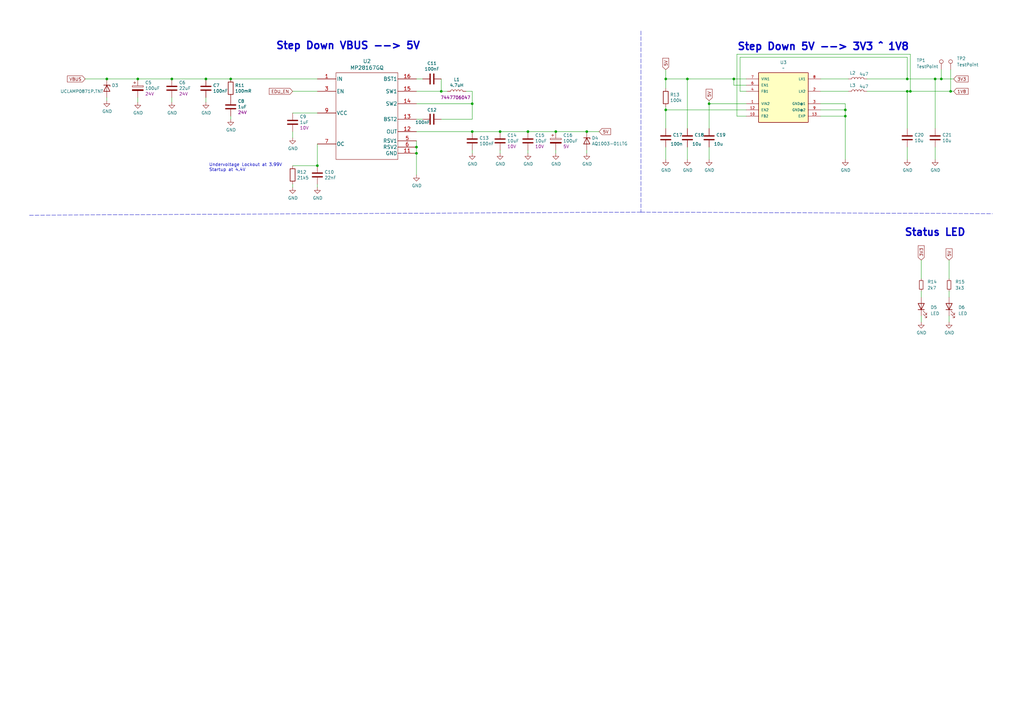
<source format=kicad_sch>
(kicad_sch (version 20211123) (generator eeschema)
  (paper "A3")
  (lib_symbols
    (symbol "Connector:TestPoint" (pin_numbers hide) (pin_names (offset 0.762) hide)
      (property "Reference" "TP" (at 0 6.858 0))
      (property "Value" "TestPoint" (at 0 5.08 0))
      (symbol "TestPoint_0_1"
        (circle (center 0 3.302) (radius 0.762))
      )
      (symbol "TestPoint_1_1"
        (pin passive line (at 0 0 90) (length 2.54) (name "1") (number "1"))
      )
    )
    (symbol "Device:C" (pin_numbers hide) (pin_names (offset 0.254))
      (property "Reference" "C" (at 0.635 2.54 0))
      (property "Value" "C" (at 0.635 -2.54 0))
      (symbol "C_0_1"
        (polyline (pts (xy -2.032 -0.762) (xy 2.032 -0.762)) (stroke (width 0.508)))
        (polyline (pts (xy -2.032 0.762) (xy 2.032 0.762)) (stroke (width 0.508)))
      )
      (symbol "C_1_1"
        (pin passive line (at 0 3.81 270) (length 2.794) (name "~") (number "1"))
        (pin passive line (at 0 -3.81 90) (length 2.794) (name "~") (number "2"))
      )
    )
    (symbol "Device:D_Zener" (pin_numbers hide) (pin_names (offset 1.016) hide)
      (property "Reference" "D" (at 0 2.54 0))
      (property "Value" "D_Zener" (at 0 -2.54 0))
      (symbol "D_Zener_0_1"
        (polyline (pts (xy 1.27 0) (xy -1.27 0)))
        (polyline (pts (xy -1.27 -1.27) (xy -1.27 1.27) (xy -0.762 1.27)) (stroke (width 0.254)))
        (polyline (pts (xy 1.27 -1.27) (xy 1.27 1.27) (xy -1.27 0) (xy 1.27 -1.27)) (stroke (width 0.254)))
      )
      (symbol "D_Zener_1_1"
        (pin passive line (at -3.81 0 0) (length 2.54) (name "K") (number "1"))
        (pin passive line (at 3.81 0 180) (length 2.54) (name "A") (number "2"))
      )
    )
    (symbol "Device:L" (pin_numbers hide) (pin_names (offset 1.016) hide)
      (property "Reference" "L" (at -1.27 0 90))
      (property "Value" "L" (at 1.905 0 90))
      (symbol "L_0_1"
        (arc (start 0 -2.54) (mid 0.635 -1.905) (end 0 -1.27))
        (arc (start 0 -1.27) (mid 0.635 -0.635) (end 0 0))
        (arc (start 0 0) (mid 0.635 0.635) (end 0 1.27))
        (arc (start 0 1.27) (mid 0.635 1.905) (end 0 2.54))
      )
      (symbol "L_1_1"
        (pin passive line (at 0 3.81 270) (length 1.27) (name "1") (number "1"))
        (pin passive line (at 0 -3.81 90) (length 1.27) (name "2") (number "2"))
      )
    )
    (symbol "Device:LED" (pin_numbers hide) (pin_names (offset 1.016) hide)
      (property "Reference" "D" (at 0 2.54 0))
      (property "Value" "LED" (at 0 -2.54 0))
      (symbol "LED_0_1"
        (polyline (pts (xy -1.27 -1.27) (xy -1.27 1.27)) (stroke (width 0.254)))
        (polyline (pts (xy -1.27 0) (xy 1.27 0)))
        (polyline (pts (xy 1.27 -1.27) (xy 1.27 1.27) (xy -1.27 0) (xy 1.27 -1.27)) (stroke (width 0.254)))
        (polyline (pts (xy -3.048 -0.762) (xy -4.572 -2.286) (xy -3.81 -2.286) (xy -4.572 -2.286) (xy -4.572 -1.524)))
        (polyline (pts (xy -1.778 -0.762) (xy -3.302 -2.286) (xy -2.54 -2.286) (xy -3.302 -2.286) (xy -3.302 -1.524)))
      )
      (symbol "LED_1_1"
        (pin passive line (at -3.81 0 0) (length 2.54) (name "K") (number "1"))
        (pin passive line (at 3.81 0 180) (length 2.54) (name "A") (number "2"))
      )
    )
    (symbol "Device:R" (pin_numbers hide) (pin_names (offset 0))
      (property "Reference" "R" (at 2.032 0 90))
      (property "Value" "R" (at 0 0 90))
      (symbol "R_0_1"
        (rectangle (start -1.016 -2.54) (end 1.016 2.54) (stroke (width 0.254)))
      )
      (symbol "R_1_1"
        (pin passive line (at 0 3.81 270) (length 1.27) (name "~") (number "1"))
        (pin passive line (at 0 -3.81 90) (length 1.27) (name "~") (number "2"))
      )
    )
    (symbol "Device:R_Small" (pin_numbers hide) (pin_names (offset 0.254) hide)
      (property "Reference" "R" (at 0.762 0.508 0))
      (property "Value" "R_Small" (at 0.762 -1.016 0))
      (symbol "R_Small_0_1"
        (rectangle (start -0.762 1.778) (end 0.762 -1.778) (stroke (width 0.2032)))
      )
      (symbol "R_Small_1_1"
        (pin passive line (at 0 2.54 270) (length 0.762) (name "~") (number "1"))
        (pin passive line (at 0 -2.54 90) (length 0.762) (name "~") (number "2"))
      )
    )
    (symbol "PAM2306AYPKE:PAM2306AYPKE" (pin_names (offset 1.016))
      (property "Reference" "U" (at -10.1854 10.6934 0))
      (property "Value" "PAM2306AYPKE" (at -10.1854 -11.9634 0))
      (symbol "PAM2306AYPKE_0_0"
        (rectangle (start -10.16 -10.16) (end 10.16 10.16) (stroke (width 0.254)) (fill (type background)))
        (pin input line (at -15.24 -2.54 0) (length 5.08) (name "VIN2") (number "1"))
        (pin input line (at -15.24 -7.62 0) (length 5.08) (name "FB2") (number "10"))
        (pin input line (at -15.24 -5.08 0) (length 5.08) (name "EN2") (number "12"))
        (pin power_in line (at 15.24 -7.62 180) (length 5.08) (name "EXP") (number "13"))
        (pin output line (at 15.24 2.54 180) (length 5.08) (name "LX2") (number "2"))
        (pin power_in line (at 15.24 -2.54 180) (length 5.08) (name "GND@1") (number "3"))
        (pin input line (at -15.24 2.54 0) (length 5.08) (name "FB1") (number "4"))
        (pin input line (at -15.24 5.08 0) (length 5.08) (name "EN1") (number "6"))
        (pin input line (at -15.24 7.62 0) (length 5.08) (name "VIN1") (number "7"))
        (pin output line (at 15.24 7.62 180) (length 5.08) (name "LX1") (number "8"))
        (pin power_in line (at 15.24 -5.08 180) (length 5.08) (name "GND@2") (number "9"))
      )
    )
    (symbol "STS1_DCDC:MP28167GQ" (pin_names (offset 0.254))
      (property "Reference" "U" (at 20.32 10.16 0))
      (property "Value" "MP28167GQ" (at 20.32 7.62 0))
      (symbol "MP28167GQ_1_1"
        (rectangle (start 7.62 2.54) (end 33.02 -33.02))
        (pin input line (at 0 0 0) (length 7.62) (name "IN") (number "1"))
        (pin power_in line (at 40.64 -30.48 180) (length 7.62) hide (name "AGND") (number "10"))
        (pin power_in line (at 40.64 -30.48 180) (length 7.62) (name "GND") (number "11"))
        (pin output line (at 40.64 -21.59 180) (length 7.62) (name "OUT") (number "12"))
        (pin bidirectional line (at 40.64 -16.51 180) (length 7.62) (name "BST2") (number "13"))
        (pin bidirectional line (at 40.64 -10.16 180) (length 7.62) (name "SW2") (number "14"))
        (pin bidirectional line (at 40.64 -5.08 180) (length 7.62) (name "SW1") (number "15"))
        (pin bidirectional line (at 40.64 0 180) (length 7.62) (name "BST1") (number "16"))
        (pin power_in line (at 40.64 -30.48 180) (length 7.62) hide (name "GND") (number "2"))
        (pin unspecified line (at 0 -5.08 0) (length 7.62) (name "EN") (number "3"))
        (pin power_in line (at 40.64 -30.48 180) (length 7.62) hide (name "NC") (number "4"))
        (pin bidirectional line (at 40.64 -25.4 180) (length 7.62) (name "RSV1") (number "5"))
        (pin bidirectional line (at 40.64 -27.94 180) (length 7.62) (name "RSV2") (number "6"))
        (pin unspecified line (at 0 -26.67 0) (length 7.62) (name "OC") (number "7"))
        (pin power_out line (at 40.64 -30.48 180) (length 7.62) hide (name "NC") (number "8"))
        (pin power_in line (at 0 -13.97 0) (length 7.62) (name "VCC") (number "9"))
      )
    )
    (symbol "STS1_EDU-rescue:C-Device-STS1_template-rescue" (pin_numbers hide) (pin_names (offset 0.254))
      (property "Reference" "C" (at 0.635 2.54 0))
      (property "Value" "C-Device-STS1_template-rescue" (at 0.635 -2.54 0))
      (symbol "C-Device-STS1_template-rescue_0_1"
        (polyline (pts (xy -2.032 -0.762) (xy 2.032 -0.762)) (stroke (width 0.508)))
        (polyline (pts (xy -2.032 0.762) (xy 2.032 0.762)) (stroke (width 0.508)))
      )
      (symbol "C-Device-STS1_template-rescue_1_1"
        (pin passive line (at 0 3.81 270) (length 2.794) (name "~") (number "1"))
        (pin passive line (at 0 -3.81 90) (length 2.794) (name "~") (number "2"))
      )
    )
    (symbol "STS1_EDU-rescue:GND-power-STS1_template-rescue" (power) (pin_names (offset 0))
      (property "Value" "GND-power-STS1_template-rescue" (at 0 -3.81 0))
      (symbol "GND-power-STS1_template-rescue_0_1"
        (polyline (pts (xy 0 0) (xy 0 -1.27) (xy 1.27 -1.27) (xy 0 -2.54) (xy -1.27 -1.27) (xy 0 -1.27)))
      )
      (symbol "GND-power-STS1_template-rescue_1_1"
        (pin power_in line (at 0 0 270) (length 0) hide (name "GND") (number "1"))
      )
    )
    (symbol "STS1_EDU-rescue:L-Device-STS1_template-rescue" (pin_numbers hide) (pin_names (offset 1.016) hide)
      (property "Reference" "L" (at -1.27 0 90))
      (property "Value" "L-Device-STS1_template-rescue" (at 1.905 0 90))
      (symbol "L-Device-STS1_template-rescue_0_1"
        (arc (start 0 -2.54) (mid 0.635 -1.905) (end 0 -1.27))
        (arc (start 0 -1.27) (mid 0.635 -0.635) (end 0 0))
        (arc (start 0 0) (mid 0.635 0.635) (end 0 1.27))
        (arc (start 0 1.27) (mid 0.635 1.905) (end 0 2.54))
      )
      (symbol "L-Device-STS1_template-rescue_1_1"
        (pin passive line (at 0 3.81 270) (length 1.27) (name "1") (number "1"))
        (pin passive line (at 0 -3.81 90) (length 1.27) (name "2") (number "2"))
      )
    )
    (symbol "STS1_EDU-rescue:R-Device-STS1_template-rescue" (pin_numbers hide) (pin_names (offset 0))
      (property "Reference" "R" (at 2.032 0 90))
      (property "Value" "R-Device-STS1_template-rescue" (at 0 0 90))
      (symbol "R-Device-STS1_template-rescue_0_1"
        (rectangle (start -1.016 -2.54) (end 1.016 2.54) (stroke (width 0.254)))
      )
      (symbol "R-Device-STS1_template-rescue_1_1"
        (pin passive line (at 0 3.81 270) (length 1.27) (name "~") (number "1"))
        (pin passive line (at 0 -3.81 90) (length 1.27) (name "~") (number "2"))
      )
    )
    (symbol "STS1_VRM-rescue:CP-Device" (pin_numbers hide) (pin_names (offset 0.254))
      (property "Reference" "C" (at 0.635 2.54 0))
      (property "Value" "CP-Device" (at 0.635 -2.54 0))
      (symbol "CP-Device_0_1"
        (rectangle (start -2.286 0.508) (end 2.286 1.016))
        (polyline (pts (xy -1.778 2.286) (xy -0.762 2.286)))
        (polyline (pts (xy -1.27 2.794) (xy -1.27 1.778)))
        (rectangle (start 2.286 -0.508) (end -2.286 -1.016) (fill (type outline)))
      )
      (symbol "CP-Device_1_1"
        (pin passive line (at 0 3.81 270) (length 2.794) (name "~") (number "1"))
        (pin passive line (at 0 -3.81 90) (length 2.794) (name "~") (number "2"))
      )
    )
    (symbol "power:GND" (power) (pin_names (offset 0))
      (property "Value" "GND" (at 0 -3.81 0))
      (symbol "GND_0_1"
        (polyline (pts (xy 0 0) (xy 0 -1.27) (xy 1.27 -1.27) (xy 0 -2.54) (xy -1.27 -1.27) (xy 0 -1.27)))
      )
      (symbol "GND_1_1"
        (pin power_in line (at 0 0 270) (length 0) hide (name "GND") (number "1"))
      )
    )
  )
  (junction (at 389.89 37.465))
  (junction (at 180.975 37.465))
  (junction (at 346.71 45.085))
  (junction (at 386.08 32.385))
  (junction (at 94.615 32.385))
  (junction (at 240.665 53.975))
  (junction (at 170.815 60.325))
  (junction (at 290.83 42.545))
  (junction (at 84.455 32.385))
  (junction (at 70.485 32.385))
  (junction (at 281.94 32.385))
  (junction (at 170.815 62.865))
  (junction (at 373.38 37.465))
  (junction (at 193.675 53.975))
  (junction (at 216.535 53.975))
  (junction (at 227.965 53.975))
  (junction (at 383.54 32.385))
  (junction (at 205.105 53.975))
  (junction (at 273.05 45.085))
  (junction (at 346.71 47.625))
  (junction (at 43.815 32.385))
  (junction (at 372.11 32.385))
  (junction (at 193.675 42.545))
  (junction (at 273.05 32.385))
  (junction (at 372.11 37.465))
  (junction (at 300.99 32.385))
  (junction (at 130.175 67.945))
  (junction (at 56.515 32.385))
  (wire (pts (xy 193.675 62.865) (xy 193.675 61.595)))
  (wire (pts (xy 205.105 62.865) (xy 205.105 61.595)))
  (wire (pts (xy 205.105 53.975) (xy 216.535 53.975)))
  (wire (pts (xy 273.05 32.385) (xy 281.94 32.385)))
  (wire (pts (xy 372.11 32.385) (xy 383.54 32.385)))
  (wire (pts (xy 303.53 23.495) (xy 372.11 23.495)))
  (wire (pts (xy 383.54 32.385) (xy 383.54 52.705)))
  (wire (pts (xy 216.535 53.975) (xy 227.965 53.975)))
  (wire (pts (xy 94.615 48.895) (xy 94.615 47.625)))
  (wire (pts (xy 377.825 129.54) (xy 377.825 132.08)))
  (wire (pts (xy 355.6 32.385) (xy 372.11 32.385)))
  (wire (pts (xy 193.675 42.545) (xy 193.675 37.465)))
  (wire (pts (xy 336.55 32.385) (xy 347.98 32.385)))
  (wire (pts (xy 303.53 37.465) (xy 303.53 23.495)))
  (wire (pts (xy 227.965 53.975) (xy 240.665 53.975)))
  (wire (pts (xy 180.975 32.385) (xy 180.975 37.465)))
  (wire (pts (xy 389.255 129.54) (xy 389.255 132.08)))
  (wire (pts (xy 94.615 32.385) (xy 130.175 32.385)))
  (wire (pts (xy 281.94 32.385) (xy 300.99 32.385)))
  (wire (pts (xy 193.675 48.895) (xy 193.675 42.545)))
  (wire (pts (xy 372.11 60.325) (xy 372.11 65.405)))
  (wire (pts (xy 383.54 60.325) (xy 383.54 65.405)))
  (wire (pts (xy 56.515 32.385) (xy 70.485 32.385)))
  (wire (pts (xy 180.975 37.465) (xy 183.515 37.465)))
  (wire (pts (xy 240.665 53.975) (xy 245.745 53.975)))
  (wire (pts (xy 290.83 60.325) (xy 290.83 65.405)))
  (wire (pts (xy 170.815 48.895) (xy 173.355 48.895)))
  (wire (pts (xy 273.05 43.815) (xy 273.05 45.085)))
  (wire (pts (xy 170.815 57.785) (xy 170.815 60.325)))
  (wire (pts (xy 300.99 32.385) (xy 306.07 32.385)))
  (wire (pts (xy 56.515 41.91) (xy 56.515 40.005)))
  (wire (pts (xy 130.175 76.835) (xy 130.175 75.565)))
  (wire (pts (xy 306.07 37.465) (xy 303.53 37.465)))
  (wire (pts (xy 372.11 37.465) (xy 373.38 37.465)))
  (wire (pts (xy 306.07 34.925) (xy 300.99 34.925)))
  (wire (pts (xy 372.11 23.495) (xy 372.11 32.385)))
  (wire (pts (xy 290.83 42.545) (xy 306.07 42.545)))
  (wire (pts (xy 120.015 76.835) (xy 120.015 75.565)))
  (wire (pts (xy 273.05 32.385) (xy 273.05 36.195)))
  (wire (pts (xy 273.05 45.085) (xy 273.05 52.705)))
  (wire (pts (xy 120.015 37.465) (xy 130.175 37.465)))
  (wire (pts (xy 373.38 22.225) (xy 373.38 37.465)))
  (wire (pts (xy 372.11 37.465) (xy 372.11 52.705)))
  (wire (pts (xy 290.83 41.275) (xy 290.83 42.545)))
  (wire (pts (xy 389.255 106.68) (xy 389.255 114.3)))
  (wire (pts (xy 70.485 32.385) (xy 84.455 32.385)))
  (wire (pts (xy 383.54 32.385) (xy 386.08 32.385)))
  (wire (pts (xy 193.675 37.465) (xy 191.135 37.465)))
  (wire (pts (xy 170.815 42.545) (xy 193.675 42.545)))
  (wire (pts (xy 302.26 47.625) (xy 302.26 22.225)))
  (wire (pts (xy 386.08 28.575) (xy 386.08 32.385)))
  (wire (pts (xy 273.05 60.325) (xy 273.05 65.405)))
  (wire (pts (xy 170.815 32.385) (xy 173.355 32.385)))
  (wire (pts (xy 84.455 32.385) (xy 94.615 32.385)))
  (wire (pts (xy 306.07 47.625) (xy 302.26 47.625)))
  (wire (pts (xy 389.89 37.465) (xy 391.16 37.465)))
  (wire (pts (xy 281.94 32.385) (xy 281.94 52.705)))
  (polyline (pts (xy 262.89 86.995) (xy 407.035 87.63)))
  (wire (pts (xy 120.015 46.355) (xy 130.175 46.355)))
  (wire (pts (xy 355.6 37.465) (xy 372.11 37.465)))
  (wire (pts (xy 281.94 60.325) (xy 281.94 65.405)))
  (wire (pts (xy 180.975 48.895) (xy 193.675 48.895)))
  (polyline (pts (xy 262.89 12.7) (xy 262.89 86.995)))
  (wire (pts (xy 389.89 28.575) (xy 389.89 37.465)))
  (wire (pts (xy 346.71 42.545) (xy 346.71 45.085)))
  (wire (pts (xy 193.675 53.975) (xy 205.105 53.975)))
  (wire (pts (xy 377.825 106.68) (xy 377.825 114.3)))
  (wire (pts (xy 120.015 56.515) (xy 120.015 53.975)))
  (wire (pts (xy 34.925 32.385) (xy 43.815 32.385)))
  (wire (pts (xy 346.71 45.085) (xy 346.71 47.625)))
  (wire (pts (xy 300.99 34.925) (xy 300.99 32.385)))
  (wire (pts (xy 346.71 47.625) (xy 346.71 65.405)))
  (wire (pts (xy 389.255 119.38) (xy 389.255 121.92)))
  (wire (pts (xy 336.55 45.085) (xy 346.71 45.085)))
  (wire (pts (xy 170.815 62.865) (xy 170.815 71.755)))
  (wire (pts (xy 227.965 62.865) (xy 227.965 61.595)))
  (wire (pts (xy 336.55 42.545) (xy 346.71 42.545)))
  (wire (pts (xy 170.815 37.465) (xy 180.975 37.465)))
  (wire (pts (xy 302.26 22.225) (xy 373.38 22.225)))
  (wire (pts (xy 130.175 67.945) (xy 130.175 59.055)))
  (wire (pts (xy 273.05 45.085) (xy 306.07 45.085)))
  (wire (pts (xy 336.55 47.625) (xy 346.71 47.625)))
  (wire (pts (xy 216.535 62.865) (xy 216.535 61.595)))
  (wire (pts (xy 170.815 60.325) (xy 170.815 62.865)))
  (wire (pts (xy 373.38 37.465) (xy 389.89 37.465)))
  (wire (pts (xy 120.015 67.945) (xy 130.175 67.945)))
  (wire (pts (xy 170.815 53.975) (xy 193.675 53.975)))
  (polyline (pts (xy 12.065 88.265) (xy 262.89 86.995)))
  (wire (pts (xy 386.08 32.385) (xy 391.16 32.385)))
  (wire (pts (xy 70.485 41.91) (xy 70.485 40.005)))
  (wire (pts (xy 43.815 41.275) (xy 43.815 40.005)))
  (wire (pts (xy 43.815 32.385) (xy 56.515 32.385)))
  (wire (pts (xy 84.455 41.91) (xy 84.455 40.005)))
  (wire (pts (xy 273.05 28.575) (xy 273.05 32.385)))
  (wire (pts (xy 290.83 42.545) (xy 290.83 52.705)))
  (wire (pts (xy 336.55 37.465) (xy 347.98 37.465)))
  (wire (pts (xy 240.665 62.865) (xy 240.665 61.595)))
  (wire (pts (xy 377.825 119.38) (xy 377.825 121.92)))
  (text "Status LED" (at 370.84 97.155 0) (effects (font (size 3 3) (thickness 0.6) bold) (justify left bottom)))
  (text "Step Down VBUS --> 5V\n\n" (at 113.03 25.4 0) (effects (font (size 3 3) (thickness 0.6) bold) (justify left bottom)))
  (text "Undervoltage Lockout at 3.99V\nStartup at 4.4V" (at 85.725 70.485 0) (effects (font (size 1.27 1.27)) (justify left bottom)))
  (text "Step Down 5V --> 3V3 ^ 1V8\n" (at 302.26 20.955 0) (effects (font (size 3 3) (thickness 0.6) bold) (justify left bottom)))
  (global_label "VBUS" (shape input) (at 34.925 32.385 180) (property "Intersheet References" "${INTERSHEET_REFS}" (effects hide)))
  (global_label "1V8" (shape input) (at 391.16 37.465 0) (property "Intersheet References" "${INTERSHEET_REFS}" (effects hide)))
  (global_label "EDU_EN" (shape input) (at 120.015 37.465 180) (property "Intersheet References" "${INTERSHEET_REFS}" (effects hide)))
  (global_label "3V3" (shape input) (at 377.825 106.68 90) (property "Intersheet References" "${INTERSHEET_REFS}" (effects hide)))
  (global_label "3V3" (shape input) (at 391.16 32.385 0) (property "Intersheet References" "${INTERSHEET_REFS}" (effects hide)))
  (global_label "5V" (shape input) (at 389.255 106.68 90) (property "Intersheet References" "${INTERSHEET_REFS}" (effects hide)))
  (global_label "5V" (shape input) (at 290.83 41.275 90) (property "Intersheet References" "${INTERSHEET_REFS}" (effects hide)))
  (global_label "5V" (shape input) (at 273.05 28.575 90) (property "Intersheet References" "${INTERSHEET_REFS}" (effects hide)))
  (global_label "5V" (shape input) (at 245.745 53.975 0) (property "Intersheet References" "${INTERSHEET_REFS}" (effects hide)))
  (symbol (lib_id "power:GND") (at 120.015 56.515 0) (unit 1)
    (property "Reference" "#PWR0206" (effects hide))
    (property "Value" "GND" (at 120.142 60.9092 0))
  )
  (symbol (lib_id "Device:C") (at 130.175 71.755 0) (unit 1)
    (property "Reference" "C10" (at 133.096 70.5866 0) (effects (justify left)))
    (property "Value" "22nF" (at 133.096 72.898 0) (effects (justify left)))
    (property "Footprint" "Capacitor_SMD:C_0603_1608Metric" (effects hide))
  )
  (symbol (lib_id "Device:R_Small") (at 377.825 116.84 0) (unit 1)
    (property "Reference" "R14" (at 380.365 115.5699 0) (effects (justify left)))
    (property "Value" "2k7" (at 380.365 118.1099 0) (effects (justify left)))
    (property "Footprint" "Resistor_SMD:R_0603_1608Metric_Pad0.98x0.95mm_HandSolder" (effects hide))
  )
  (symbol (lib_id "Device:R") (at 120.015 71.755 0) (unit 1)
    (property "Reference" "R12" (at 121.793 70.5866 0) (effects (justify left)))
    (property "Value" "21k5" (at 121.793 72.898 0) (effects (justify left)))
    (property "Footprint" "Resistor_SMD:R_0603_1608Metric" (effects hide))
  )
  (symbol (lib_id "STS1_EDU-rescue:GND-power-STS1_template-rescue") (at 377.825 132.08 0) (unit 1)
    (property "Reference" "#PWR0205" (effects hide))
    (property "Value" "~" (at 377.952 136.4742 0))
  )
  (symbol (lib_id "STS1_EDU-rescue:GND-power-STS1_template-rescue") (at 372.11 65.405 0) (unit 1)
    (property "Reference" "#PWR0203" (effects hide))
    (property "Value" "~" (at 372.237 69.7992 0))
  )
  (symbol (lib_id "power:GND") (at 205.105 62.865 0) (unit 1)
    (property "Reference" "#PWR0198" (effects hide))
    (property "Value" "GND" (at 205.232 67.2592 0))
  )
  (symbol (lib_id "Device:C") (at 84.455 36.195 0) (unit 1)
    (property "Reference" "C7" (at 87.376 35.0266 0) (effects (justify left)))
    (property "Value" "100nF" (at 87.376 37.338 0) (effects (justify left)))
    (property "Footprint" "Capacitor_SMD:C_0603_1608Metric" (effects hide))
  )
  (symbol (lib_id "power:GND") (at 94.615 48.895 0) (unit 1)
    (property "Reference" "#PWR0201" (effects hide))
    (property "Value" "GND" (at 94.742 53.2892 0))
  )
  (symbol (lib_id "PAM2306AYPKE:PAM2306AYPKE") (at 321.31 40.005 0) (unit 1)
    (property "Reference" "U3" (at 321.31 25.6032 0))
    (property "Value" "~" (at 321.31 27.9146 0))
    (property "Footprint" "PAM2306AYPKE:SON45P300X300X80-13N" (effects hide))
    (property "Datasheet" "https://www.diodes.com/assets/Datasheets/PAM2306.pdf" (effects hide))
    (property "Description" "Buck Switching Regulator IC Positive Fixed 1.8V, 3.3V 2 Output 1A 12-WFDFN Exposed Pad" (effects hide))
    (property "Availability" "In Stock" (effects hide))
    (property "Price" "None" (effects hide))
    (property "Package" "WFDFN-12 Diodes Inc." (effects hide))
    (property "MF" "Diodes Inc." (effects hide))
    (property "Purchase-URL" "https://pricing.snapeda.com/search/part/PAM2306AYPKE/?ref=eda" (effects hide))
    (property "MP" "PAM2306AYPKE" (effects hide))
  )
  (symbol (lib_id "STS1_EDU-rescue:GND-power-STS1_template-rescue") (at 389.255 132.08 0) (unit 1)
    (property "Reference" "#PWR0204" (effects hide))
    (property "Value" "~" (at 389.382 136.4742 0))
  )
  (symbol (lib_id "STS1_EDU-rescue:GND-power-STS1_template-rescue") (at 273.05 65.405 0) (unit 1)
    (property "Reference" "#PWR0210" (effects hide))
    (property "Value" "~" (at 273.177 69.7992 0))
  )
  (symbol (lib_id "power:GND") (at 84.455 41.91 0) (unit 1)
    (property "Reference" "#PWR0214" (effects hide))
    (property "Value" "GND" (at 84.582 46.3042 0))
  )
  (symbol (lib_id "Device:C") (at 216.535 57.785 0) (unit 1)
    (property "Reference" "C15" (at 219.456 55.4736 0) (effects (justify left)))
    (property "Value" "10uF" (at 219.456 57.785 0) (effects (justify left)))
    (property "Footprint" "Capacitor_SMD:C_0805_2012Metric" (effects hide))
    (property "Voltage" "10V" (at 219.456 60.0964 0) (effects (justify left)))
  )
  (symbol (lib_id "Device:C") (at 205.105 57.785 0) (unit 1)
    (property "Reference" "C14" (at 208.026 55.4736 0) (effects (justify left)))
    (property "Value" "10uF" (at 208.026 57.785 0) (effects (justify left)))
    (property "Footprint" "Capacitor_SMD:C_0805_2012Metric" (effects hide))
    (property "Voltage" "10V" (at 208.026 60.0964 0) (effects (justify left)))
  )
  (symbol (lib_id "STS1_EDU-rescue:L-Device-STS1_template-rescue") (at 351.79 37.465 90) (unit 1)
    (property "Reference" "L3" (at 349.6818 35.0012 90))
    (property "Value" "4u7" (at 354.33 35.4584 90))
    (property "Footprint" "Inductor_SMD:L_1210_3225Metric_Pad1.42x2.65mm_HandSolder" (effects hide))
  )
  (symbol (lib_id "STS1_EDU-rescue:GND-power-STS1_template-rescue") (at 383.54 65.405 0) (unit 1)
    (property "Reference" "#PWR0202" (effects hide))
    (property "Value" "~" (at 383.667 69.7992 0))
  )
  (symbol (lib_id "STS1_DCDC:MP28167GQ") (at 130.175 32.385 0) (unit 1)
    (property "Reference" "U2" (at 150.495 25.0952 0) (effects (font (size 1.524 1.524))))
    (property "Value" "MP28167GQ" (at 150.495 27.7876 0) (effects (font (size 1.524 1.524))))
    (property "Footprint" "STS_Package_DFN_QFN:MP28167_QFN16" (effects hide))
    (property "Datasheet" "https://www.monolithicpower.com/en/documentview/productdocument/index/version/2/document_type/Datasheet/lang/en/sku/MP28167GQ/document_id/4000/" (effects hide))
  )
  (symbol (lib_id "power:GND") (at 43.815 41.275 0) (unit 1)
    (property "Reference" "#PWR0213" (effects hide))
    (property "Value" "GND" (at 43.942 45.6692 0))
  )
  (symbol (lib_id "power:GND") (at 227.965 62.865 0) (unit 1)
    (property "Reference" "#PWR0196" (effects hide))
    (property "Value" "GND" (at 228.092 67.2592 0))
  )
  (symbol (lib_id "STS1_EDU-rescue:C-Device-STS1_template-rescue") (at 273.05 56.515 0) (unit 1)
    (property "Reference" "C17" (at 275.971 55.3466 0) (effects (justify left)))
    (property "Value" "100n" (at 275.0058 59.055 0) (effects (justify left)))
    (property "Footprint" "Capacitor_SMD:C_0603_1608Metric_Pad1.08x0.95mm_HandSolder" (effects hide))
  )
  (symbol (lib_id "Device:C") (at 120.015 50.165 0) (unit 1)
    (property "Reference" "C9" (at 122.936 47.8536 0) (effects (justify left)))
    (property "Value" "1uF" (at 122.936 50.165 0) (effects (justify left)))
    (property "Footprint" "Capacitor_SMD:C_0805_2012Metric" (effects hide))
    (property "Voltage" "10V" (at 122.936 52.4764 0) (effects (justify left)))
  )
  (symbol (lib_id "Device:L") (at 187.325 37.465 90) (unit 1)
    (property "Reference" "L1" (at 187.325 32.639 90))
    (property "Value" "4.7uH" (at 187.325 34.9504 90))
    (property "Footprint" "Inductor_SMD:L_12x12mm_H6mm" (effects hide))
    (property "Part" "7447706047 " (at 187.325 40.005 90))
  )
  (symbol (lib_id "Device:C") (at 193.675 57.785 0) (unit 1)
    (property "Reference" "C13" (at 196.596 56.6166 0) (effects (justify left)))
    (property "Value" "100nF" (at 196.596 58.928 0) (effects (justify left)))
    (property "Footprint" "Capacitor_SMD:C_0603_1608Metric" (effects hide))
  )
  (symbol (lib_id "STS1_EDU-rescue:C-Device-STS1_template-rescue") (at 290.83 56.515 0) (unit 1)
    (property "Reference" "C19" (at 293.751 55.3466 0) (effects (justify left)))
    (property "Value" "10u" (at 292.7858 59.055 0) (effects (justify left)))
    (property "Footprint" "Capacitor_SMD:C_0603_1608Metric_Pad1.08x0.95mm_HandSolder" (effects hide))
  )
  (symbol (lib_id "STS1_VRM-rescue:CP-Device") (at 56.515 36.195 0) (unit 1)
    (property "Reference" "C5" (at 59.5122 33.8836 0) (effects (justify left)))
    (property "Value" "100uF" (at 59.5122 36.195 0) (effects (justify left)))
    (property "Footprint" "Capacitor_Tantalum_SMD:CP_EIA-7343-43_Kemet-X" (effects hide))
    (property "Voltage" "24V" (at 59.5122 38.5064 0) (effects (justify left)))
  )
  (symbol (lib_id "Device:C") (at 177.165 48.895 270) (unit 1)
    (property "Reference" "C12" (at 177.165 45.085 90))
    (property "Value" "100nF" (at 173.355 50.165 90))
    (property "Footprint" "Capacitor_SMD:C_0603_1608Metric" (effects hide))
  )
  (symbol (lib_id "power:GND") (at 170.815 71.755 0) (unit 1)
    (property "Reference" "#PWR0194" (effects hide))
    (property "Value" "GND" (at 170.942 76.1492 0))
  )
  (symbol (lib_id "Device:C") (at 70.485 36.195 0) (unit 1)
    (property "Reference" "C6" (at 73.406 33.8836 0) (effects (justify left)))
    (property "Value" "22uF" (at 73.406 36.195 0) (effects (justify left)))
    (property "Footprint" "Capacitor_SMD:C_1206_3216Metric" (effects hide))
    (property "Voltage" "24V" (at 73.406 38.5064 0) (effects (justify left)))
  )
  (symbol (lib_id "STS1_EDU-rescue:C-Device-STS1_template-rescue") (at 383.54 56.515 0) (unit 1)
    (property "Reference" "C21" (at 386.461 55.3466 0) (effects (justify left)))
    (property "Value" "10u" (at 386.461 57.658 0) (effects (justify left)))
    (property "Footprint" "Capacitor_SMD:C_0603_1608Metric_Pad1.08x0.95mm_HandSolder" (effects hide))
  )
  (symbol (lib_id "Device:D_Zener") (at 240.665 57.785 270) (unit 1)
    (property "Reference" "D4" (at 242.697 56.6166 90) (effects (justify left)))
    (property "Value" "AQ1003-01LTG " (at 242.697 58.928 90) (effects (justify left)))
    (property "Footprint" "Diode_SMD:D_SOD-523" (effects hide))
  )
  (symbol (lib_id "Device:C") (at 94.615 43.815 0) (unit 1)
    (property "Reference" "C8" (at 97.536 41.5036 0) (effects (justify left)))
    (property "Value" "1uF" (at 97.536 43.815 0) (effects (justify left)))
    (property "Footprint" "Capacitor_SMD:C_0805_2012Metric" (effects hide))
    (property "Voltage" "24V" (at 97.536 46.1264 0) (effects (justify left)))
    (property "Populate" "false" (effects hide))
  )
  (symbol (lib_id "STS1_EDU-rescue:GND-power-STS1_template-rescue") (at 346.71 65.405 0) (unit 1)
    (property "Reference" "#PWR0207" (effects hide))
    (property "Value" "~" (at 346.837 69.7992 0))
  )
  (symbol (lib_id "Device:D_Zener") (at 43.815 36.195 270) (unit 1)
    (property "Reference" "D3" (at 45.847 35.0266 90) (effects (justify left)))
    (property "Value" "UCLAMP0871P.TNT " (at 24.765 37.465 90) (effects (justify left)))
    (property "Footprint" "STS_Package_DFN_QFN:SGP1610N2" (effects hide))
  )
  (symbol (lib_id "Device:LED") (at 389.255 125.73 90) (unit 1)
    (property "Reference" "D6" (at 393.065 126.0474 90) (effects (justify right)))
    (property "Value" "LED" (at 393.065 128.5874 90) (effects (justify right)))
    (property "Footprint" "LED_SMD:LED_0603_1608Metric_Pad1.05x0.95mm_HandSolder" (effects hide))
  )
  (symbol (lib_id "Device:LED") (at 377.825 125.73 90) (unit 1)
    (property "Reference" "D5" (at 381.635 126.0474 90) (effects (justify right)))
    (property "Value" "LED" (at 381.635 128.5874 90) (effects (justify right)))
    (property "Footprint" "LED_SMD:LED_0603_1608Metric_Pad1.05x0.95mm_HandSolder" (effects hide))
  )
  (symbol (lib_id "power:GND") (at 56.515 41.91 0) (unit 1)
    (property "Reference" "#PWR0212" (effects hide))
    (property "Value" "GND" (at 56.642 46.3042 0))
  )
  (symbol (lib_id "STS1_VRM-rescue:CP-Device") (at 227.965 57.785 0) (unit 1)
    (property "Reference" "C16" (at 230.9622 55.4736 0) (effects (justify left)))
    (property "Value" "100uF" (at 230.9622 57.785 0) (effects (justify left)))
    (property "Footprint" "Capacitor_Tantalum_SMD:CP_EIA-7343-43_Kemet-X" (effects hide))
    (property "Voltage" "5V" (at 230.9622 60.0964 0) (effects (justify left)))
  )
  (symbol (lib_id "power:GND") (at 70.485 41.91 0) (unit 1)
    (property "Reference" "#PWR0211" (effects hide))
    (property "Value" "GND" (at 70.612 46.3042 0))
  )
  (symbol (lib_id "Connector:TestPoint") (at 386.08 28.575 0) (unit 1)
    (property "Reference" "TP1" (at 375.92 24.765 0) (effects (justify left)))
    (property "Value" "TestPoint" (at 375.92 27.305 0) (effects (justify left)))
    (property "Footprint" "TestPoint:TestPoint_Pad_1.0x1.0mm" (effects hide))
  )
  (symbol (lib_id "power:GND") (at 216.535 62.865 0) (unit 1)
    (property "Reference" "#PWR0199" (effects hide))
    (property "Value" "GND" (at 216.662 67.2592 0))
  )
  (symbol (lib_id "STS1_EDU-rescue:GND-power-STS1_template-rescue") (at 281.94 65.405 0) (unit 1)
    (property "Reference" "#PWR0209" (effects hide))
    (property "Value" "~" (at 282.067 69.7992 0))
  )
  (symbol (lib_id "power:GND") (at 120.015 76.835 0) (unit 1)
    (property "Reference" "#PWR0193" (effects hide))
    (property "Value" "GND" (at 120.142 81.2292 0))
  )
  (symbol (lib_id "Device:R_Small") (at 389.255 116.84 0) (unit 1)
    (property "Reference" "R15" (at 391.795 115.5699 0) (effects (justify left)))
    (property "Value" "3k3" (at 391.795 118.1099 0) (effects (justify left)))
    (property "Footprint" "Resistor_SMD:R_0603_1608Metric_Pad0.98x0.95mm_HandSolder" (effects hide))
  )
  (symbol (lib_id "power:GND") (at 130.175 76.835 0) (unit 1)
    (property "Reference" "#PWR0195" (effects hide))
    (property "Value" "GND" (at 130.302 81.2292 0))
  )
  (symbol (lib_id "Device:C") (at 177.165 32.385 270) (unit 1)
    (property "Reference" "C11" (at 177.165 25.9842 90))
    (property "Value" "100nF" (at 177.165 28.2956 90))
    (property "Footprint" "Capacitor_SMD:C_0603_1608Metric" (effects hide))
  )
  (symbol (lib_id "STS1_EDU-rescue:GND-power-STS1_template-rescue") (at 290.83 65.405 0) (unit 1)
    (property "Reference" "#PWR0208" (effects hide))
    (property "Value" "~" (at 290.957 69.7992 0))
  )
  (symbol (lib_id "Device:R") (at 94.615 36.195 0) (unit 1)
    (property "Reference" "R11" (at 96.393 35.0266 0) (effects (justify left)))
    (property "Value" "100mR" (at 96.393 37.338 0) (effects (justify left)))
    (property "Footprint" "Resistor_SMD:R_0603_1608Metric" (effects hide))
    (property "Populate" "false" (effects hide))
  )
  (symbol (lib_id "Connector:TestPoint") (at 389.89 28.575 0) (unit 1)
    (property "Reference" "TP2" (at 392.43 24.0029 0) (effects (justify left)))
    (property "Value" "TestPoint" (at 392.43 26.5429 0) (effects (justify left)))
    (property "Footprint" "TestPoint:TestPoint_Pad_1.0x1.0mm" (effects hide))
  )
  (symbol (lib_id "STS1_EDU-rescue:C-Device-STS1_template-rescue") (at 281.94 56.515 0) (unit 1)
    (property "Reference" "C18" (at 284.861 55.3466 0) (effects (justify left)))
    (property "Value" "10u" (at 283.8958 59.055 0) (effects (justify left)))
    (property "Footprint" "Capacitor_SMD:C_0603_1608Metric_Pad1.08x0.95mm_HandSolder" (effects hide))
  )
  (symbol (lib_id "STS1_EDU-rescue:R-Device-STS1_template-rescue") (at 273.05 40.005 0) (unit 1)
    (property "Reference" "R13" (at 274.828 38.8366 0) (effects (justify left)))
    (property "Value" "100k" (at 274.828 41.148 0) (effects (justify left)))
    (property "Footprint" "Resistor_SMD:R_0603_1608Metric_Pad0.98x0.95mm_HandSolder" (effects hide))
  )
  (symbol (lib_id "power:GND") (at 193.675 62.865 0) (unit 1)
    (property "Reference" "#PWR0200" (effects hide))
    (property "Value" "GND" (at 193.802 67.2592 0))
  )
  (symbol (lib_id "STS1_EDU-rescue:C-Device-STS1_template-rescue") (at 372.11 56.515 0) (unit 1)
    (property "Reference" "C20" (at 375.031 55.3466 0) (effects (justify left)))
    (property "Value" "10u" (at 375.031 57.658 0) (effects (justify left)))
    (property "Footprint" "Capacitor_SMD:C_0603_1608Metric_Pad1.08x0.95mm_HandSolder" (effects hide))
  )
  (symbol (lib_id "STS1_EDU-rescue:L-Device-STS1_template-rescue") (at 351.79 32.385 90) (unit 1)
    (property "Reference" "L2" (at 349.6818 29.9212 90))
    (property "Value" "4u7" (at 354.33 30.3784 90))
    (property "Footprint" "Inductor_SMD:L_1210_3225Metric_Pad1.42x2.65mm_HandSolder" (effects hide))
  )
  (symbol (lib_id "power:GND") (at 240.665 62.865 0) (unit 1)
    (property "Reference" "#PWR0197" (effects hide))
    (property "Value" "GND" (at 240.792 67.2592 0))
  )
)
</source>
